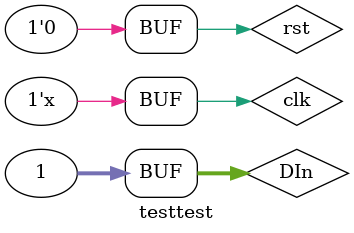
<source format=v>
module testtest();
  reg clk;
  reg rst;
  reg [31:0] DIn;
  wire [7:0] Segment1,Segment2;
  wire [7:0] D;
  
  mini_machine MINI_MACHINE(clk,rst,DIn,Segment1,Segment2,D);
  
  initial begin
    clk=0;
    rst=0;
    #10 rst=1;
    #20 rst=0;
    DIn=32'h00000001;
    
  end
   
  always  
    #50 clk = ~clk;
  
  
endmodule


</source>
